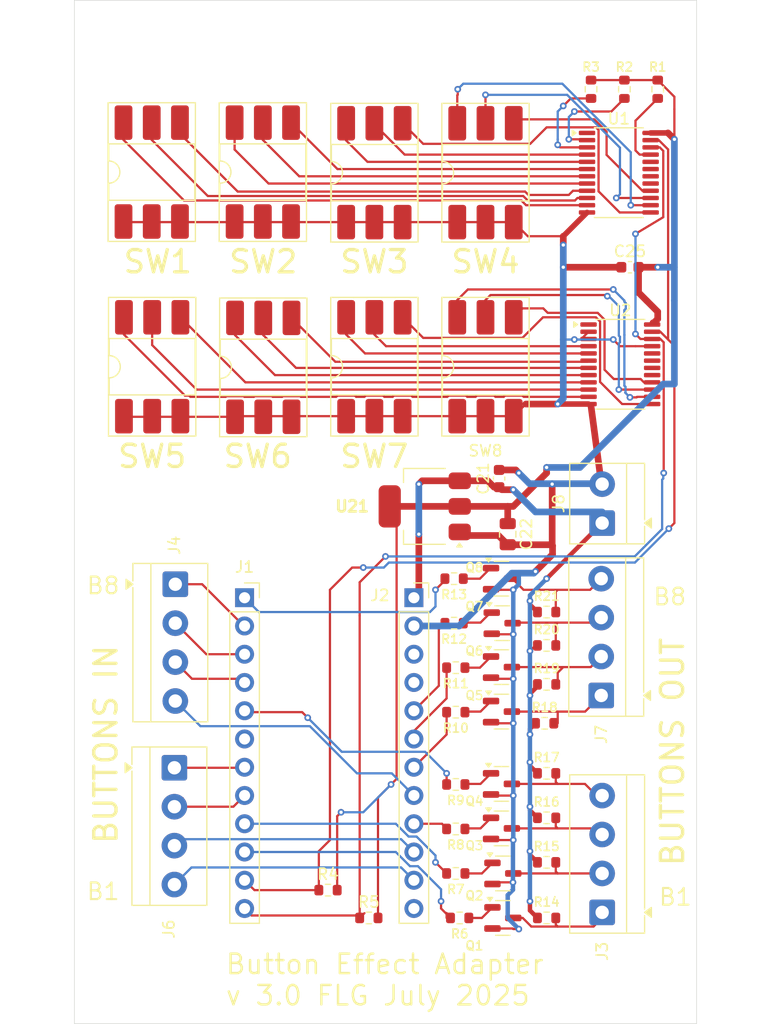
<source format=kicad_pcb>
(kicad_pcb (version 20241229) (generator "pcbnew") (generator_version "9.0")
  (layers (0 "F.Cu" signal) (2 "B.Cu" signal) (13 "F.Paste" user) (15 "B.Paste" user) (5 "F.SilkS" user "F.Silkscreen") (7 "B.SilkS" user "B.Silkscreen") (1 "F.Mask" user) (3 "B.Mask" user) (25 "Edge.Cuts" user))
  (net 0 "")
  (net 1 "/SW1_1")
  (net 2 "+5V")
  (net 3 "/SW2_0")
  (net 4 "/SW3_2")
  (net 5 "/SW1_2")
  (net 8 "/SW4_1")
  (net 9 "/SCL")
  (net 11 "/SW1_0")
  (net 12 "/SDA")
  (net 13 "/SW3_1")
  (net 14 "/SW3_0")
  (net 15 "GND")
  (net 16 "/SW2_1")
  (net 19 "/SW4_0")
  (net 20 "/SW2_2")
  (net 21 "/SW4_2")
  (net 22 "/IN 2")
  (net 23 "/IN 1")
  (net 24 "/IN 3")
  (net 26 "/IN 4")
  (net 27 "/OUT 3")
  (net 28 "/OUT 2")
  (net 29 "/OUT 4")
  (net 30 "/OUT 1")
  (net 31 "/IN 5")
  (net 32 "/IN 7")
  (net 33 "/OUT 8")
  (net 34 "/IN 8")
  (net 35 "/IN 6")
  (net 36 "/OUT 5")
  (net 37 "/OUT 6")
  (net 39 "/OUT 7")
  (net 42 "/SW5_1")
  (net 43 "/SW5_0")
  (net 44 "/SW5_2")
  (net 45 "/SW6_0")
  (net 46 "/SW6_1")
  (net 47 "/SW6_2")
  (net 48 "/SW7_2")
  (net 49 "/SW7_1")
  (net 50 "/SW7_0")
  (net 51 "/SW8_0")
  (net 52 "/SW8_2")
  (net 53 "/SW8_1")
  (net 59 "+12V")
  (net 60 "Net-(U1-A1)")
  (net 61 "Net-(U1-A2)")
  (net 62 "Net-(U1-A0)")
  (net 63 "/SIGNAL 3")
  (net 64 "/SIGNAL 4")
  (net 65 "/SIGNAL 1")
  (net 66 "/SIGNAL 2")
  (net 67 "/SIGNAL 6")
  (net 68 "/SIGNAL 7")
  (net 69 "/SIGNAL 8")
  (net 70 "/SIGNAL 5")
  (net 71 "Net-(Q1-B)")
  (net 72 "Net-(Q2-B)")
  (net 73 "Net-(Q3-B)")
  (net 74 "Net-(Q4-B)")
  (net 75 "Net-(Q5-B)")
  (net 76 "Net-(Q6-B)")
  (net 77 "Net-(Q7-B)")
  (net 78 "Net-(Q8-B)")
  (footprint "MountingHole:MountingHole_2.7mm_M2.5" (layer "F.Cu") (at 107 48)
    (property "Reference" "REF**" (hide yes))
    (property "Value" "MountingHole_2.7mm_M2.5")
  )
  (footprint "Package_TO_SOT_SMD:SOT-23" (layer "F.Cu") (at 93 100.5)
    (property "Reference" "Q7")
    (property "Value" "BC817")
  )
  (footprint "Resistor_SMD:R_0603_1608Metric" (layer "F.Cu") (at 81 127)
    (property "Reference" "R5")
    (property "Value" "4.7k")
  )
  (footprint "Resistor_SMD:R_0603_1608Metric" (layer "F.Cu") (at 97 127)
    (property "Reference" "R14")
    (property "Value" "10K")
  )
  (footprint "Package_TO_SOT_SMD:SOT-23" (layer "F.Cu") (at 92.9375 104.45)
    (property "Reference" "Q6")
    (property "Value" "BC817")
  )
  (footprint "Connector_PinSocket_2.54mm:PinSocket_1x12_P2.54mm_Vertical" (layer "F.Cu") (at 85.056195 98.212151)
    (property "Reference" "J2")
    (property "Value" "Conn_01x12_Socket")
  )
  (footprint "Resistor_SMD:R_0603_1608Metric" (layer "F.Cu") (at 88.825 104.5 180)
    (property "Reference" "R11")
    (property "Value" "4.7k")
  )
  (footprint "Package_TO_SOT_SMD:SOT-23" (layer "F.Cu") (at 92.9375 108.45)
    (property "Reference" "Q5")
    (property "Value" "BC817")
  )
  (footprint "Package_DIP:DIP-6_W8.89mm_SMDSocket_LongPads" (layer "F.Cu") (at 61.5 77.445 90)
    (property "Reference" "SW5")
    (property "Value" "SW_DIP_x03")
  )
  (footprint "Package_DIP:DIP-6_W8.89mm_SMDSocket_LongPads" (layer "F.Cu") (at 61.46 59.945 90)
    (property "Reference" "SW1")
    (property "Value" "SW_DIP_x03")
  )
  (footprint "TerminalBlock_MetzConnect:TerminalBlock_MetzConnect_Type059_RT06304HBWC_1x04_P3.50mm_Horizontal" (layer "F.Cu") (at 102 126.5 90)
    (property "Reference" "J3")
    (property "Value" "Screw_Terminal_01x04")
  )
  (footprint "Capacitor_SMD:C_0603_1608Metric" (layer "F.Cu") (at 104.5 68.5)
    (property "Reference" "C25")
    (property "Value" "100n")
  )
  (footprint "Package_DIP:DIP-6_W8.89mm_SMDSocket_LongPads" (layer "F.Cu") (at 91.5 77.445 90)
    (property "Reference" "SW8")
    (property "Value" "SW_DIP_x03")
  )
  (footprint "MountingHole:MountingHole_2.7mm_M2.5" (layer "F.Cu") (at 58 48)
    (property "Reference" "REF**" (hide yes))
    (property "Value" "MountingHole_2.7mm_M2.5")
  )
  (footprint "Resistor_SMD:R_0603_1608Metric" (layer "F.Cu") (at 88.675 100.5 180)
    (property "Reference" "R12")
    (property "Value" "4.7k")
  )
  (footprint "Capacitor_SMD:C_0603_1608Metric" (layer "F.Cu") (at 92.725 87.5 90)
    (property "Reference" "C21")
    (property "Value" "1u")
  )
  (footprint "Resistor_SMD:R_0603_1608Metric" (layer "F.Cu") (at 77.325 124.5)
    (property "Reference" "R4")
    (property "Value" "4.7k")
  )
  (footprint "MountingHole:MountingHole_2.7mm_M2.5" (layer "F.Cu") (at 58 132)
    (property "Reference" "REF**" (hide yes))
    (property "Value" "MountingHole_2.7mm_M2.5")
  )
  (footprint "TerminalBlock_MetzConnect:TerminalBlock_MetzConnect_Type059_RT06304HBWC_1x04_P3.50mm_Horizontal" (layer "F.Cu") (at 63.5825 97 -90)
    (property "Reference" "J4")
    (property "Value" "Screw_Terminal_01x04")
  )
  (footprint "Resistor_SMD:R_0603_1608Metric" (layer "F.Cu") (at 89.175 127 180)
    (property "Reference" "R6")
    (property "Value" "4.7k")
  )
  (footprint "Package_DIP:DIP-6_W8.89mm_SMDSocket_LongPads" (layer "F.Cu") (at 81.5 60 90)
    (property "Reference" "SW3")
    (property "Value" "SW_DIP_x03")
  )
  (footprint "Package_DIP:DIP-6_W8.89mm_SMDSocket_LongPads" (layer "F.Cu") (at 81.5 77.445 90)
    (property "Reference" "SW7")
    (property "Value" "SW_DIP_x03")
  )
  (footprint "Resistor_SMD:R_0603_1608Metric" (layer "F.Cu") (at 88.675 96.5 180)
    (property "Reference" "R13")
    (property "Value" "4.7k")
  )
  (footprint "Resistor_SMD:R_0603_1608Metric" (layer "F.Cu") (at 97 99.5)
    (property "Reference" "R21")
    (property "Value" "1.5K")
  )
  (footprint "TerminalBlock_MetzConnect:TerminalBlock_MetzConnect_Type059_RT06302HBWC_1x02_P3.50mm_Horizontal" (layer "F.Cu") (at 102 91.5 90)
    (property "Reference" "J8")
    (property "Value" "Screw_Terminal_01x02")
  )
  (footprint "Resistor_SMD:R_0603_1608Metric" (layer "F.Cu") (at 88.825 119 180)
    (property "Reference" "R8")
    (property "Value" "4.7k")
  )
  (footprint "Package_SO:TSSOP-24_4.4x7.8mm_P0.65mm" (layer "F.Cu") (at 103.5 60)
    (property "Reference" "U1")
    (property "Value" "PCA9555PW")
  )
  (footprint "Resistor_SMD:R_0603_1608Metric" (layer "F.Cu") (at 101 52.5 -90)
    (property "Reference" "R3")
    (property "Value" "100K")
  )
  (footprint "Package_DIP:DIP-6_W8.89mm_SMDSocket_LongPads" (layer "F.Cu") (at 91.5 60 90)
    (property "Reference" "SW4")
    (property "Value" "SW_DIP_x03")
  )
  (footprint "Resistor_SMD:R_0603_1608Metric" (layer "F.Cu") (at 88.825 115 180)
    (property "Reference" "R9")
    (property "Value" "4.7k")
  )
  (footprint "Package_TO_SOT_SMD:SOT-23" (layer "F.Cu") (at 92.9375 118.95)
    (property "Reference" "Q3")
    (property "Value" "BC817")
  )
  (footprint "Capacitor_SMD:C_0805_2012Metric" (layer "F.Cu") (at 93.5 92.5 -90)
    (property "Reference" "C22")
    (property "Value" "10u")
  )
  (footprint "Resistor_SMD:R_0603_1608Metric" (layer "F.Cu") (at 97 118)
    (property "Reference" "R16")
    (property "Value" "10K")
  )
  (footprint "Package_TO_SOT_SMD:SOT-23" (layer "F.Cu") (at 92.9375 96.5)
    (property "Reference" "Q8")
    (property "Value" "BC817")
  )
  (footprint "Resistor_SMD:R_0603_1608Metric" (layer "F.Cu") (at 104 52.5 -90)
    (property "Reference" "R2")
    (property "Value" "100K")
  )
  (footprint "Package_DIP:DIP-6_W8.89mm_SMDSocket_LongPads" (layer "F.Cu") (at 71.46 59.945 90)
    (property "Reference" "SW2")
    (property "Value" "SW_DIP_x03")
  )
  (footprint "Resistor_SMD:R_0603_1608Metric" (layer "F.Cu") (at 97 114)
    (property "Reference" "R17")
    (property "Value" "10K")
  )
  (footprint "TerminalBlock_MetzConnect:TerminalBlock_MetzConnect_Type059_RT06304HBWC_1x04_P3.50mm_Horizontal" (layer "F.Cu") (at 101.9175 107 90)
    (property "Reference" "J7")
    (property "Value" "Screw_Terminal_01x04")
  )
  (footprint "Resistor_SMD:R_0603_1608Metric" (layer "F.Cu") (at 88.825 123 180)
    (property "Reference" "R7")
    (property "Value" "4.7k")
  )
  (footprint "MountingHole:MountingHole_2.7mm_M2.5" (layer "F.Cu") (at 107 132)
    (property "Reference" "REF**" (hide yes))
    (property "Value" "MountingHole_2.7mm_M2.5")
  )
  (footprint "TerminalBlock_MetzConnect:TerminalBlock_MetzConnect_Type059_RT06304HBWC_1x04_P3.50mm_Horizontal" (layer "F.Cu") (at 63.5 113.5 -90)
    (property "Reference" "J6")
    (property "Value" "Screw_Terminal_01x04")
  )
  (footprint "Package_SO:TSSOP-24_4.4x7.8mm_P0.65mm" (layer "F.Cu") (at 103.6375 77.225)
    (property "Reference" "U2")
    (property "Value" "PCA9555PW")
  )
  (footprint "Package_TO_SOT_SMD:SOT-23" (layer "F.Cu") (at 93.0625 123)
    (property "Reference" "Q2")
    (property "Value" "BC817")
  )
  (footprint "Resistor_SMD:R_0603_1608Metric" (layer "F.Cu") (at 96.825 109.5)
    (property "Reference" "R18")
    (property "Value" "10K")
  )
  (footprint "Package_TO_SOT_SMD:SOT-223-3_TabPin2" (layer "F.Cu") (at 86.03 90 180)
    (property "Reference" "U21")
    (property "Value" "TLV1117-50IDCYR")
  )
  (footprint "Resistor_SMD:R_0603_1608Metric" (layer "F.Cu") (at 107 52.5 -90)
    (property "Reference" "R1")
    (property "Value" "100K")
  )
  (footprint "Resistor_SMD:R_0603_1608Metric" (layer "F.Cu") (at 97 122)
    (property "Reference" "R15")
    (property "Value" "10K")
  )
  (footprint "Connector_PinSocket_2.54mm:PinSocket_1x12_P2.54mm_Vertical" (layer "F.Cu") (at 69.816195 98.212151)
    (property "Reference" "J1")
    (property "Value" "Conn_01x12_Socket")
  )
  (footprint "Resistor_SMD:R_0603_1608Metric" (layer "F.Cu") (at 88.825 108.5 180)
    (property "Reference" "R10")
    (property "Value" "4.7k")
  )
  (footprint "Package_DIP:DIP-6_W8.89mm_SMDSocket_LongPads" (layer "F.Cu") (at 71.5 77.5 90)
    (property "Reference" "SW6")
    (property "Value" "SW_DIP_x03")
  )
  (footprint "Resistor_SMD:R_0603_1608Metric" (layer "F.Cu") (at 97 106)
    (property "Reference" "R19")
    (property "Value" "10K")
  )
  (footprint "Resistor_SMD:R_0603_1608Metric" (layer "F.Cu") (at 97 102.5)
    (property "Reference" "R20")
    (property "Value" "10K")
  )
  (footprint "Package_TO_SOT_SMD:SOT-23" (layer "F.Cu") (at 92.9375 114.95)
    (property "Reference" "Q4")
    (property "Value" "BC817")
  )
  (footprint "Package_TO_SOT_SMD:SOT-23" (layer "F.Cu") (at 93.0625 127)
    (property "Reference" "Q1")
    (property "Value" "BC817")
  )
  (gr_line (start 107.5 64) (end 107.5 58.5) (stroke (width 0.2)) (layer "F.Cu") (net 9))
  (gr_line (start 89.5 73.5) (end 89 73) (stroke (width 0.2)) (layer "F.Cu") (net 51))
  (gr_line (start 103.5 79.5) (end 106.5 79.5) (stroke (width 0.2)) (layer "F.Cu") (net 53))
  (gr_line (start 105 65.5) (end 107.5 64) (stroke (width 0.2)) (layer "F.Cu") (net 9))
  (gr_line (start 97.5 93.5) (end 97.5 88) (stroke (width 0.6)) (layer "F.Cu") (net 15))
  (gr_line (start 102 88.5) (end 101 81) (stroke (width 0.6)) (layer "F.Cu") (net 15))
  (gr_line (start 110.5 44.5) (end 110.5 136.5) (stroke (width 0.05)) (layer "Edge.Cuts"))
  (gr_line (start 110.5 136.5) (end 54.5 136.5) (stroke (width 0.05)) (layer "Edge.Cuts"))
  (gr_line (start 54.5 136.5) (end 54.5 44.5) (stroke (width 0.05)) (layer "Edge.Cuts"))
  (gr_line (start 54.5 44.5) (end 110.5 44.5) (stroke (width 0.05)) (layer "Edge.Cuts"))
  (gr_text "B1" (at 55.5 125.5 0) (layer "F.SilkS") (effects (font (size 1.5 1.5) (thickness 0.1875)) (justify left bottom)))
  (gr_text "B8" (at 106.5 99 0) (layer "F.SilkS") (effects (font (size 1.5 1.5) (thickness 0.1875)) (justify left bottom)))
  (gr_text "B1" (at 107 126 0) (layer "F.SilkS") (effects (font (size 1.5 1.5) (thickness 0.1875)) (justify left bottom)))
  (gr_text "Button Effect Adapter\nv 3.0 FLG July 2025" (at 68 135 0) (layer "F.SilkS") (effects (font (size 1.75 1.75) (thickness 0.21875)) (justify left bottom)))
  (gr_text "B8" (at 55.5 98 0) (layer "F.SilkS") (effects (font (size 1.5 1.5) (thickness 0.1875)) (justify left bottom)))
  (gr_text "BUTTONS IN" (at 58.5 120.5 90) (layer "F.SilkS") (effects (font (size 2 2) (thickness 0.3)) (justify left bottom)))
  (gr_text "BUTTONS OUT" (at 109.5 122.5 90) (layer "F.SilkS") (effects (font (size 2 2) (thickness 0.3)) (justify left bottom)))
  (segment (start 99.55 62.5) (end 95.29826 62.5) (width 0.2) (layer "F.Cu") (net 1))
  (segment (start 95.29826 62.5) (end 94.89726 62.099) (width 0.2) (layer "F.Cu") (net 1))
  (segment (start 100.6375 62.275) (end 99.775 62.275) (width 0.2) (layer "F.Cu") (net 1))
  (segment (start 99.775 62.275) (end 99.55 62.5) (width 0.2) (layer "F.Cu") (net 1))
  (segment (start 94.89726 62.099) (end 66.509 62.099) (width 0.2) (layer "F.Cu") (net 1))
  (segment (start 61.46 57.05) (end 61.46 55.5) (width 0.2) (layer "F.Cu") (net 1))
  (segment (start 66.509 62.099) (end 61.46 57.05) (width 0.2) (layer "F.Cu") (net 1))
  (segment (start 78.15 117.85) (end 78.5 117.5) (width 0.2) (layer "F.Cu") (net 2))
  (segment (start 94 90) (end 97 87) (width 0.6) (layer "F.Cu") (net 2))
  (segment (start 107.925 56.425) (end 106.3625 56.425) (width 0.5) (layer "F.Cu") (net 2))
  (segment (start 105.70513 56.425) (end 106.3625 56.425) (width 0.2) (layer "F.Cu") (net 2))
  (segment (start 81.825 127) (end 81.825 116.175) (width 0.2) (layer "F.Cu") (net 2))
  (segment (start 108.5 57) (end 108.5 54.2875) (width 0.2) (layer "F.Cu") (net 2))
  (segment (start 106.65 73.5) (end 106.575 73.5) (width 0.6) (layer "F.Cu") (net 2))
  (segment (start 106 71.5) (end 107 72.5) (width 0.6) (layer "F.Cu") (net 2))
  (segment (start 108.5 57) (end 107.925 56.425) (width 0.6) (layer "F.Cu") (net 2))
  (segment (start 93.5 91.55) (end 93.5 91.05) (width 0.2) (layer "F.Cu") (net 2))
  (segment (start 81.825 116.175) (end 83 115) (width 0.2) (layer "F.Cu") (net 2))
  (segment (start 83 115) (end 83.5 114.5) (width 0.2) (layer "F.Cu") (net 2))
  (segment (start 83.5 114.5) (end 83.5 90.62) (width 0.2) (layer "F.Cu") (net 2))
  (segment (start 107 72.5) (end 107 73.15) (width 0.6) (layer "F.Cu") (net 2))
  (segment (start 107 73.15) (end 106.65 73.5) (width 0.6) (layer "F.Cu") (net 2))
  (segment (start 105.275 68.5) (end 105.275 70.775) (width 0.6) (layer "F.Cu") (net 2))
  (segment (start 105.275 70.775) (end 106 71.5) (width 0.6) (layer "F.Cu") (net 2))
  (segment (start 93.5 91.05) (end 93.5 90) (width 0.6) (layer "F.Cu") (net 2))
  (segment (start 82.88 90) (end 89.18 90) (width 0.6) (layer "F.Cu") (net 2))
  (segment (start 97 87) (end 97 86.5) (width 0.6) (layer "F.Cu") (net 2))
  (segment (start 108.5 53.175) (end 107 51.675) (width 0.2) (layer "F.Cu") (net 2))
  (segment (start 89.18 90) (end 93.5 90) (width 0.6) (layer "F.Cu") (net 2))
  (segment (start 108.5 54.2875) (end 108.5 53.175) (width 0.2) (layer "F.Cu") (net 2))
  (segment (start 107 51.675) (end 101 51.675) (width 0.2) (layer "F.Cu") (net 2))
  (segment (start 93.5 90) (end 94 90) (width 0.6) (layer "F.Cu") (net 2))
  (segment (start 83.5 90.62) (end 82.88 90) (width 0.2) (layer "F.Cu") (net 2))
  (segment (start 107 68.5) (end 105.275 68.5) (width 0.6) (layer "F.Cu") (net 2))
  (segment (start 78.15 124.5) (end 78.15 117.85) (width 0.2) (layer "F.Cu") (net 2))
  (via (at 108.5 57) (size 0.6) (drill 0.3) (layers "F.Cu" "B.Cu") (net 2))
  (via (at 107 68.5) (size 0.6) (drill 0.3) (layers "F.Cu" "B.Cu") (net 2))
  (via (at 97 86.5) (size 0.6) (drill 0.3) (layers "F.Cu" "B.Cu") (net 2))
  (via (at 83 115) (size 0.6) (drill 0.3) (layers "F.Cu" "B.Cu") (net 2))
  (via (at 78.5 117.5) (size 0.6) (drill 0.3) (layers "F.Cu" "B.Cu") (net 2))
  (segment (start 108.5 68.5) (end 107 68.5) (width 0.6) (layer "B.Cu") (net 2))
  (segment (start 107.5 79) (end 108.5 79) (width 0.6) (layer "B.Cu") (net 2))
  (segment (start 108.5 68.5) (end 108.5 57) (width 0.6) (layer "B.Cu") (net 2))
  (segment (start 78.5 117.5) (end 80.5 117.5) (width 0.2) (layer "B.Cu") (net 2))
  (segment (start 108.5 71.5) (end 108.5 68.5) (width 0.6) (layer "B.Cu") (net 2))
  (segment (start 80.5 117.5) (end 83 115) (width 0.2) (layer "B.Cu") (net 2))
  (segment (start 97 86.5) (end 100 86.5) (width 0.6) (layer "B.Cu") (net 2))
  (segment (start 100 86.5) (end 107.5 79) (width 0.6) (layer "B.Cu") (net 2))
  (segment (start 108.5 79) (end 108.5 71.5) (width 0.6) (layer "B.Cu") (net 2))
  (segment (start 68.92 57.92) (end 68.92 55.5) (width 0.2) (layer "F.Cu") (net 3))
  (segment (start 100.6375 60.975) (end 71.975 60.975) (width 0.2) (layer "F.Cu") (net 3))
  (segment (start 71.975 60.975) (end 68.92 57.92) (width 0.2) (layer "F.Cu") (net 3))
  (segment (start 101.676 61.676) (end 101.676 56.15613) (width 0.2) (layer "F.Cu") (net 4))
  (segment (start 97.00387 55.924) (end 95.52187 57.406) (width 0.2) (layer "F.Cu") (net 4))
  (segment (start 101.676 56.15613) (end 101.44387 55.924) (width 0.2) (layer "F.Cu") (net 4))
  (segment (start 95.52187 57.406) (end 85.891 57.406) (width 0.2) (layer "F.Cu") (net 4))
  (segment (start 85.891 57.406) (end 84.04 55.555) (width 0.2) (layer "F.Cu") (net 4))
  (segment (start 106.3625 63.575) (end 103.575 63.575) (width 0.2) (layer "F.Cu") (net 4))
  (segment (start 103.575 63.575) (end 101.676 61.676) (width 0.2) (layer "F.Cu") (net 4))
  (segment (start 101.44387 55.924) (end 97.00387 55.924) (width 0.2) (layer "F.Cu") (net 4))
  (segment (start 64 56.5) (end 64 55.5) (width 0.2) (layer "F.Cu") (net 5))
  (segment (start 99.375 61.625) (end 99 62) (width 0.2) (layer "F.Cu") (net 5))
  (segment (start 95.36536 62) (end 95.06336 61.698) (width 0.2) (layer "F.Cu") (net 5))
  (segment (start 100.6375 61.625) (end 99.375 61.625) (width 0.2) (layer "F.Cu") (net 5))
  (segment (start 69.198 61.698) (end 64 56.5) (width 0.2) (layer "F.Cu") (net 5))
  (segment (start 99 62) (end 95.36536 62) (width 0.2) (layer "F.Cu") (net 5))
  (segment (start 95.06336 61.698) (end 69.198 61.698) (width 0.2) (layer "F.Cu") (net 5))
  (segment (start 106.3625 62.275) (end 103.275 62.275) (width 0.2) (layer "F.Cu") (net 8))
  (segment (start 91.5 53) (end 91.5 55.555) (width 0.2) (layer "F.Cu") (net 8))
  (via (at 91.5 53) (size 0.6) (drill 0.3) (layers "F.Cu" "B.Cu") (net 8))
  (via (at 103.275 62.275) (size 0.6) (drill 0.3) (layers "F.Cu" "B.Cu") (net 8))
  (segment (start 103.601 61.949) (end 103.601 57.751057) (width 0.2) (layer "B.Cu") (net 8))
  (segment (start 103.601 57.751057) (end 98.849943 53) (width 0.2) (layer "B.Cu") (net 8))
  (segment (start 98.849943 53) (end 91.5 53) (width 0.2) (layer "B.Cu") (net 8))
  (segment (start 103.275 62.275) (end 103.601 61.949) (width 0.2) (layer "B.Cu") (net 8))
  (segment (start 106.5 74.95) (end 105.84263 74.95) (width 0.2) (layer "F.Cu") (net 9))
  (segment (start 79.955 126.78) (end 80.175 127) (width 0.2) (layer "F.Cu") (net 9))
  (segment (start 80.175 127) (end 80.175 99.825) (width 0.2) (layer "F.Cu") (net 9))
  (segment (start 107.237499 74.95) (end 107.5385 75.251001) (width 0.2) (layer "F.Cu") (net 9))
  (segment (start 105.45 74.95) (end 105 74.5) (width 0.2) (layer "F.Cu") (net 9))
  (segment (start 107.5 58.5) (end 107.5 58.042101) (width 0.2) (layer "F.Cu") (net 9))
  (segment (start 106.5 74.95) (end 107.237499 74.95) (width 0.2) (layer "F.Cu") (net 9))
  (segment (start 107.182899 57.725) (end 106.3625 57.725) (width 0.2) (layer "F.Cu") (net 9))
  (segment (start 80.175 96.825) (end 82.5 94.5) (width 0.2) (layer "F.Cu") (net 9))
  (segment (start 107.5385 75.251001) (end 107.5385 87) (width 0.2) (layer "F.Cu") (net 9))
  (segment (start 80.175 127) (end 80.601 126.574) (width 0.2) (layer "F.Cu") (net 9))
  (segment (start 80.175 99.825) (end 80.175 96.825) (width 0.2) (layer "F.Cu") (net 9))
  (segment (start 70.444044 126.78) (end 79.955 126.78) (width 0.2) (layer "F.Cu") (net 9))
  (segment (start 107.5 58.042101) (end 107.182899 57.725) (width 0.2) (layer "F.Cu") (net 9))
  (segment (start 69.816195 126.152151) (end 70.444044 126.78) (width 0.2) (layer "F.Cu") (net 9))
  (segment (start 106.5 74.95) (end 105.45 74.95) (width 0.2) (layer "F.Cu") (net 9))
  (via (at 82.5 94.5) (size 0.6) (drill 0.3) (layers "F.Cu" "B.Cu") (net 9))
  (via (at 107.5385 87) (size 0.6) (drill 0.3) (layers "F.Cu" "B.Cu") (net 9))
  (via (at 105 74.5) (size 0.6) (drill 0.3) (layers "F.Cu" "B.Cu") (net 9))
  (via (at 105 65.5) (size 0.6) (drill 0.3) (layers "F.Cu" "B.Cu") (net 9))
  (segment (start 82.5 94.5) (end 104.9329 94.5) (width 0.2) (layer "B.Cu") (net 9))
  (segment (start 107.5 87.5) (end 107.5 87.0385) (width 0.2) (layer "B.Cu") (net 9))
  (segment (start 104.9329 94.5) (end 107.399 92.0339) (width 0.2) (layer "B.Cu") (net 9))
  (segment (start 105 74.5) (end 105 65.5) (width 0.2) (layer "B.Cu") (net 9))
  (segment (start 107.5 87.0385) (end 107.5385 87) (width 0.2) (layer "B.Cu") (net 9))
  (segment (start 107.399 87.601) (end 107.5 87.5) (width 0.2) (layer "B.Cu") (net 9))
  (segment (start 107.399 92.0339) (end 107.399 87.601) (width 0.2) (layer "B.Cu") (net 9))
  (segment (start 58.92 57.05) (end 58.92 55.5) (width 0.2) (layer "F.Cu") (net 11))
  (segment (start 100.6375 62.925) (end 95.15616 62.925) (width 0.2) (layer "F.Cu") (net 11))
  (segment (start 64.37 62.5) (end 58.92 57.05) (width 0.2) (layer "F.Cu") (net 11))
  (segment (start 94.73116 62.5) (end 64.37 62.5) (width 0.2) (layer "F.Cu") (net 11))
  (segment (start 95.15616 62.925) (end 94.73116 62.5) (width 0.2) (layer "F.Cu") (net 11))
  (segment (start 76.5 121) (end 76.5 124.5) (width 0.2) (layer "F.Cu") (net 12))
  (segment (start 80.5 95.5) (end 79.5 95.5) (width 0.2) (layer "F.Cu") (net 12))
  (segment (start 77.5 97.5) (end 77.5 120) (width 0.2) (layer "F.Cu") (net 12))
  (segment (start 76.5 124.5) (end 70.704044 124.5) (width 0.2) (layer "F.Cu") (net 12))
  (segment (start 70.704044 124.5) (end 69.816195 123.612151) (width 0.2) (layer "F.Cu") (net 12))
  (segment (start 108.5 75.562501) (end 108.5 91.5) (width 0.2) (layer "F.Cu") (net 12))
  (segment (start 106.5 74.3) (end 107.237499 74.3) (width 0.2) (layer "F.Cu") (net 12))
  (segment (start 77.5 120) (end 76.5 121) (width 0.2) (layer "F.Cu") (net 12))
  (segment (start 108.5 91.5) (end 108 92) (width 0.2) (layer "F.Cu") (net 12))
  (segment (start 107.937499 57.9125) (end 107.099999 57.075) (width 0.2) (layer "F.Cu") (net 12))
  (segment (start 79.5 95.5) (end 77.5 97.5) (width 0.2) (layer "F.Cu") (net 12))
  (segment (start 107.099999 57.075) (end 106.3625 57.075) (width 0.2) (layer "F.Cu") (net 12))
  (segment (start 107.237499 74.3) (end 107.937499 75) (width 0.2) (layer "F.Cu") (net 12))
  (segment (start 76.24 124.24) (end 76.5 124.5) (width 0.2) (layer "F.Cu") (net 12))
  (segment (start 107.937499 75) (end 108.5 75.562501) (width 0.2) (layer "F.Cu") (net 12))
  (segment (start 107.937499 75) (end 107.937499 57.9125) (width 0.2) (layer "F.Cu") (net 12))
  (via (at 80.5 95.5) (size 0.6) (drill 0.3) (layers "F.Cu" "B.Cu") (net 12))
  (via (at 108 92) (size 0.6) (drill 0.3) (layers "F.Cu" "B.Cu") (net 12))
  (segment (start 82.800943 95.049) (end 104.951 95.049) (width 0.2) (layer "B.Cu") (net 12))
  (segment (start 104.951 95.049) (end 108 92) (width 0.2) (layer "B.Cu") (net 12))
  (segment (start 82.349943 95.5) (end 82.800943 95.049) (width 0.2) (layer "B.Cu") (net 12))
  (segment (start 80.5 95.5) (end 82.349943 95.5) (width 0.2) (layer "B.Cu") (net 12))
  (segment (start 100.6375 58.375) (end 84.22384 58.375) (width 0.2) (layer "F.Cu") (net 13))
  (segment (start 84.22384 58.375) (end 81.5 55.65116) (width 0.2) (layer "F.Cu") (net 13))
  (segment (start 81.5 55.65116) (end 81.5 55.555) (width 0.2) (layer "F.Cu") (net 13))
  (segment (start 78.96 57.105) (end 78.96 55.555) (width 0.2) (layer "F.Cu") (net 14))
  (segment (start 100.6375 59.025) (end 80.88 59.025) (width 0.2) (layer "F.Cu") (net 14))
  (segment (start 80.88 59.025) (end 78.96 57.105) (width 0.2) (layer "F.Cu") (net 14))
  (segment (start 69.015 81.89) (end 68.96 81.945) (width 0.2) (layer "F.Cu") (net 15))
  (segment (start 94 105.5) (end 92.1 105.5) (width 0.2) (layer "F.Cu") (net 15))
  (segment (start 103.6 75.6) (end 103 75) (width 0.2) (layer "F.Cu") (net 15))
  (segment (start 93.971949 123.8) (end 92.275 123.8) (width 0.2) (layer "F.Cu") (net 15))
  (segment (start 94 97.5) (end 92.1 97.5) (width 0.2) (layer "F.Cu") (net 15))
  (segment (start 94.55 127.95) (end 94.5 128) (width 0.2) (layer "F.Cu") (net 15))
  (segment (start 92.1 105.5) (end 92 105.4) (width 0.2) (layer "F.Cu") (net 15))
  (segment (start 97.535586 93.535586) (end 97.45 93.45) (width 0.6) (layer "F.Cu") (net 15))
  (segment (start 94 128) (end 93.95 127.95) (width 0.2) (layer "F.Cu") (net 15))
  (segment (start 59.015 81.945) (end 58.96 81.89) (width 0.2) (layer "F.Cu") (net 15))
  (segment (start 105 75.6) (end 103.6 75.6) (width 0.2) (layer "F.Cu") (net 15))
  (segment (start 94.225 86.725) (end 94.5 87) (width 0.6) (layer "F.Cu") (net 15))
  (segment (start 96 95.85) (end 97.535586 94.314414) (width 0.6) (layer "F.Cu") (net 15))
  (segment (start 58.975 64.445) (end 58.92 64.39) (width 0.2) (layer "F.Cu") (net 15))
  (segment (start 92.1 101.5) (end 92 101.4) (width 0.2) (layer "F.Cu") (net 15))
  (segment (start 94.5 128) (end 94 128) (width 0.2) (layer "F.Cu") (net 15))
  (segment (start 98 80.8) (end 95.13 80.8) (width 0.6) (layer "F.Cu") (net 15))
  (segment (start 93.5 93.45) (end 92.67 92.62) (width 0.6) (layer "F.Cu") (net 15))
  (segment (start 98.5 68.5) (end 103.725 68.5) (width 0.6) (layer "F.Cu") (net 15))
  (segment (start 94 120) (end 92.1 120) (width 0.2) (layer "F.Cu") (net 15))
  (segment (start 95.3075 65.7125) (end 94.04 64.445) (width 0.2) (layer "F.Cu") (net 15))
  (segment (start 94 109.5) (end 92.1 109.5) (width 0.2) (layer "F.Cu") (net 15))
  (segment (start 92.67 92.62) (end 89.5 92.62) (width 0.6) (layer "F.Cu") (net 15))
  (segment (start 98.5 65.7125) (end 100.6375 63.575) (width 0.5) (layer "F.Cu") (net 15))
  (segment (start 97.535586 94.314414) (end 97.535586 93.535586) (width 0.6) (layer "F.Cu") (net 15))
  (segment (start 94.04 81.89) (end 69.015 81.89) (width 0.2) (layer "F.Cu") (net 15))
  (segment (start 94 116) (end 92.1 116) (width 0.2) (layer "F.Cu") (net 15))
  (segment (start 98.5 66.5) (end 98.5 65.7125) (width 0.6) (layer "F.Cu") (net 15))
  (segment (start 99.5 75) (end 100.075 75) (width 0.2) (layer "F.Cu") (net 15))
  (segment (start 92.1 120) (end 92 119.9) (width 0.2) (layer "F.Cu") (net 15))
  (segment (start 92.1 116) (end 92 115.9) (width 0.2) (layer "F.Cu") (net 15))
  (segment (start 92.725 86.725) (end 94.225 86.725) (width 0.6) (layer "F.Cu") (net 15))
  (segment (start 89.5 92.62) (end 89.18 92.3) (width 0.6) (layer "F.Cu") (net 15))
  (segment (start 106.5 75.6) (end 105 75.6) (width 0.2) (layer "F.Cu") (net 15))
  (segment (start 94.04 64.445) (end 58.975 64.445) (width 0.2) (layer "F.Cu") (net 15))
  (segment (start 92.1 109.5) (end 92 109.4) (width 0.2) (layer "F.Cu") (net 15))
  (segment (start 92.1 97.5) (end 92 97.4) (width 0.2) (layer "F.Cu") (net 15))
  (segment (start 100.775 80.8) (end 98 80.8) (width 0.5) (layer "F.Cu") (net 15))
  (segment (start 100.075 75) (end 100.775 74.3) (width 0.2) (layer "F.Cu") (net 15))
  (segment (start 93.95 127.95) (end 92.125 127.95) (width 0.2) (layer "F.Cu") (net 15))
  (segment (start 97.45 93.45) (end 93.5 93.45) (width 0.6) (layer "F.Cu") (net 15))
  (segment (start 94 101.5) (end 92.1 101.5) (width 0.2) (layer "F.Cu") (net 15))
  (segment (start 95.13 80.8) (end 94.04 81.89) (width 0.2) (layer "F.Cu") (net 15))
  (segment (start 68.96 81.945) (end 59.015 81.945) (width 0.2) (layer "F.Cu") (net 15))
  (segment (start 98.5 65.7125) (end 95.3075 65.7125) (width 0.2) (layer "F.Cu") (net 15))
  (via (at 94.5 87) (size 0.6) (drill 0.3) (layers "F.Cu" "B.Cu") (net 15))
  (via (at 99.5 75) (size 0.6) (drill 0.3) (layers "F.Cu" "B.Cu") (net 15))
  (via (at 98 80.8) (size 0.6) (drill 0.3) (layers "F.Cu" "B.Cu") (net 15))
  (via (at 94.5 128) (size 0.6) (drill 0.3) (layers "F.Cu" "B.Cu") (net 15))
  (via (at 94 120) (size 0.6) (drill 0.3) (layers "F.Cu" "B.Cu") (net 15))
  (via (at 94 109.5) (size 0.6) (drill 0.3) (layers "F.Cu" "B.Cu") (net 15))
  (via (at 94 97.5) (size 0.6) (drill 0.3) (layers "F.Cu" "B.Cu") (net 15))
  (via (at 97.5 88) (size 0.6) (drill 0.3) (layers "F.Cu" "B.Cu") (net 15))
  (via (at 93.971949 123.8) (size 0.6) (drill 0.3) (layers "F.Cu" "B.Cu") (net 15))
  (via (at 103 75) (size 0.6) (drill 0.3) (layers "F.Cu" "B.Cu") (net 15))
  (via (at 96 95.85) (size 0.6) (drill 0.3) (layers "F.Cu" "B.Cu") (net 15))
  (via (at 94 105.5) (size 0.6) (drill 0.3) (layers "F.Cu" "B.Cu") (net 15))
  (via (at 94 116) (size 0.6) (drill 0.3) (layers "F.Cu" "B.Cu") (net 15))
  (via (at 98.5 66.5) (size 0.6) (drill 0.3) (layers "F.Cu" "B.Cu") (net 15))
  (via (at 98.5 68.5) (size 0.6) (drill 0.3) (layers "F.Cu" "B.Cu") (net 15))
  (via (at 94 101.5) (size 0.6) (drill 0.3) (layers "F.Cu" "B.Cu") (net 15))
  (segment (start 103 75) (end 99.5 75) (width 0.2) (layer "B.Cu") (net 15))
  (segment (start 93.5 124.943898) (end 93.5 127) (width 0.4) (layer "B.Cu") (net 15))
  (segment (start 97.5 88) (end 97.46 87.96) (width 0.6) (layer "B.Cu") (net 15))
  (segment (start 93.88 96) (end 89.127849 100.752151) (width 0.6) (layer "B.Cu") (net 15))
  (segment (start 94.5 96) (end 94.5 97) (width 0.4) (layer "B.Cu") (net 15))
  (segment (start 97.46 87.96) (end 95.46 87.96) (width 0.6) (layer "B.Cu") (net 15))
  (segment (start 95.85 96) (end 94.5 96) (width 0.6) (layer "B.Cu") (net 15))
  (segment (start 96 95.85) (end 95.85 96) (width 0.6) (layer "B.Cu") (net 15))
  (segment (start 93.971949 123.8) (end 93.971949 124.471949) (width 0.4) (layer "B.Cu") (net 15))
  (segment (start 94 105.5) (end 94 101.5) (width 0.4) (layer "B.Cu") (net 15))
  (segment (start 94 116) (end 94 109.5) (width 0.4) (layer "B.Cu") (net 15))
  (segment (start 93.971949 124.471949) (end 93.5 124.943898) (width 0.4) (layer "B.Cu") (net 15))
  (segment (start 93.971949 123.8) (end 93.971949 120.028051) (width 0.4) (layer "B.Cu") (net 15))
  (segment (start 95.46 87.96) (end 94.5 87) (width 0.6) (layer "B.Cu") (net 15))
  (segment (start 98 80.8) (end 98.5 80.3) (width 0.6) (layer "B.Cu") (net 15))
  (segment (start 93.5 127) (end 94.5 128) (width 0.4) (layer "B.Cu") (net 15))
  (segment (start 93.971949 120.028051) (end 94 120) (width 0.4) (layer "B.Cu") (net 15))
  (segment (start 85.056195 100.752151) (end 89.127849 100.752151) (width 0.6) (layer "B.Cu") (net 15))
  (segment (start 98.5 80.3) (end 98.5 75) (width 0.6) (layer "B.Cu") (net 15))
  (segment (start 94 120) (end 94 116) (width 0.4) (layer "B.Cu") (net 15))
  (segment (start 93.88 96) (end 94.5 96) (width 0.6) (layer "B.Cu") (net 15))
  (segment (start 99.5 75) (end 98.5 75) (width 0.2) (layer "B.Cu") (net 15))
  (segment (start 98.5 75) (end 98.5 68.5) (width 0.6) (layer "B.Cu") (net 15))
  (segment (start 97.5 88) (end 97.54 87.96) (width 0.6) (layer "B.Cu") (net 15))
  (segment (start 94.5 97) (end 94 97.5) (width 0.4) (layer "B.Cu") (net 15))
  (segment (start 98.5 68.5) (end 98.5 66.5) (width 0.6) (layer "B.Cu") (net 15))
  (segment (start 94 109.5) (end 94 105.5) (width 0.4) (layer "B.Cu") (net 15))
  (segment (start 94 101.5) (end 94 97.5) (width 0.4) (layer "B.Cu") (net 15))
  (segment (start 97.54 87.96) (end 102 87.96) (width 0.6) (layer "B.Cu") (net 15))
  (segment (start 74.735 60.325) (end 71.46 57.05) (width 0.2) (layer "F.Cu") (net 16))
  (segment (start 100.6375 60.325) (end 74.735 60.325) (width 0.2) (layer "F.Cu") (net 16))
  (segment (start 71.46 57.05) (end 71.46 55.5) (width 0.2) (layer "F.Cu") (net 16))
  (segment (start 88.96 53.04) (end 88.96 55.555) (width 0.2) (layer "F.Cu") (net 19))
  (segment (start 89 52.5) (end 89 53) (width 0.2) (layer "F.Cu") (net 19))
  (segment (start 106.3625 62.925) (end 104.575 62.925) (width 0.2) (layer "F.Cu") (net 19))
  (segment (start 89 53) (end 88.96 53.04) (width 0.2) (layer "F.Cu") (net 19))
  (via (at 89 52.5) (size 0.6) (drill 0.3) (layers "F.Cu" "B.Cu") (net 19))
  (via (at 104.575 62.925) (size 0.6) (drill 0.3) (layers "F.Cu" "B.Cu") (net 19))
  (segment (start 89.5 52) (end 89 52.5) (width 0.2) (layer "B.Cu") (net 19))
  (segment (start 104.575 62.925) (end 104.575 58.157957) (width 0.2) (layer "B.Cu") (net 19))
  (segment (start 98.417043 52) (end 89.5 52) (width 0.2) (layer "B.Cu") (net 19))
  (segment (start 104.575 58.157957) (end 98.417043 52) (width 0.2) (layer "B.Cu") (net 19))
  (segment (start 78.175 59.675) (end 74 55.5) (width 0.2) (layer "F.Cu") (net 20))
  (segment (start 100.6375 59.675) (end 78.175 59.675) (width 0.2) (layer "F.Cu") (net 20))
  (segment (start 101.293485 55.206515) (end 94.388485 55.206515) (width 0.2) (layer "F.Cu") (net 21))
  (segment (start 94.388485 55.206515) (end 94.04 55.555) (width 0.2) (layer "F.Cu") (net 21))
  (segment (start 106.3625 61.625) (end 105.625001 61.625) (width 0.2) (layer "F.Cu") (net 21))
  (segment (start 105.625001 61.625) (end 102.399 58.398999) (width 0.2) (layer "F.Cu") (net 21))
  (segment (start 102.399 56.31203) (end 101.293485 55.206515) (width 0.2) (layer "F.Cu") (net 21))
  (segment (start 102.399 58.398999) (end 102.399 56.31203) (width 0.2) (layer "F.Cu") (net 21))
  (segment (start 66.374651 103.292151) (end 69.816195 103.292151) (width 0.2) (layer "F.Cu") (net 22))
  (segment (start 63.5825 100.5) (end 66.374651 103.292151) (width 0.2) (layer "F.Cu") (net 22))
  (segment (start 63.5825 97) (end 66 97) (width 0.2) (layer "F.Cu") (net 23))
  (segment (start 69.752151 100.752151) (end 69.816195 100.752151) (width 0.2) (layer "F.Cu") (net 23))
  (segment (start 66 97) (end 69.752151 100.752151) (width 0.2) (layer "F.Cu") (net 23))
  (segment (start 63.5825 104) (end 65.0825 105.5) (width 0.2) (layer "F.Cu") (net 24))
  (segment (start 69.484044 105.5) (end 69.816195 105.832151) (width 0.2) (layer "F.Cu") (net 24))
  (segment (start 65.0825 105.5) (end 69.484044 105.5) (width 0.2) (layer "F.Cu") (net 24))
  (segment (start 83.064044 114) (end 79.9329 114) (width 0.2) (layer "B.Cu") (net 26))
  (segment (start 75.694051 109.761151) (end 65.843651 109.761151) (width 0.2) (layer "B.Cu") (net 26))
  (segment (start 85.056195 115.992151) (end 83.064044 114) (width 0.2) (layer "B.Cu") (net 26))
  (segment (start 65.843651 109.761151) (end 63.5825 107.5) (width 0.2) (layer "B.Cu") (net 26))
  (segment (start 79.9329 114) (end 75.694051 109.761151) (width 0.2) (layer "B.Cu") (net 26))
  (segment (start 87.582151 118.532151) (end 85.056195 118.532151) (width 0.2) (layer "F.Cu") (net 27))
  (segment (start 88 118.95) (end 87.582151 118.532151) (width 0.2) (layer "F.Cu") (net 27))
  (segment (start 87 122) (end 88 123) (width 0.2) (layer "F.Cu") (net 28))
  (via (at 87 122) (size 0.6) (drill 0.3) (layers "F.Cu" "B.Cu") (net 28))
  (segment (start 84.579435 119.683151) (end 85.294955 119.683151) (width 0.2) (layer "B.Cu") (net 28))
  (segment (start 85.294955 119.683151) (end 87 121.388196) (width 0.2) (layer "B.Cu") (net 28))
  (segment (start 83.428435 118.532151) (end 84.579435 119.683151) (width 0.2) (layer "B.Cu") (net 28))
  (segment (start 87 121.388196) (end 87 122) (width 0.2) (layer "B.Cu") (net 28))
  (segment (start 69.816195 118.532151) (end 83.428435 118.532151) (width 0.2) (layer "B.Cu") (net 28))
  (segment (start 88 114) (end 88 114.95) (width 0.2) (layer "F.Cu") (net 29))
  (segment (start 69.816195 108.372151) (end 69.944044 108.5) (width 0.2) (layer "F.Cu") (net 29))
  (segment (start 75 108.5) (end 75.5 109) (width 0.2) (layer "F.Cu") (net 29))
  (segment (start 69.944044 108.5) (end 75 108.5) (width 0.2) (layer "F.Cu") (net 29))
  (via (at 88 114) (size 0.6) (drill 0.3) (layers "F.Cu" "B.Cu") (net 29))
  (via (at 75.5 109) (size 0.6) (drill 0.3) (layers "F.Cu" "B.Cu") (net 29))
  (segment (start 88 114) (end 86.063151 112.063151) (width 0.2) (layer "B.Cu") (net 29))
  (segment (start 86.063151 112.063151) (end 78.563151 112.063151) (width 0.2) (layer "B.Cu") (net 29))
  (segment (start 78.563151 112.063151) (end 75.5 109) (width 0.2) (layer "B.Cu") (net 29))
  (segment (start 87.5 125.5) (end 87.5 126.15) (width 0.2) (layer "F.Cu") (net 30))
  (segment (start 88 126.555956) (end 88 127) (width 0.2) (layer "F.Cu") (net 30))
  (segment (start 87.5 126.15) (end 88.35 127) (width 0.2) (layer "F.Cu") (net 30))
  (via (at 87.5 125.5) (size 0.6) (drill 0.3) (layers "F.Cu" "B.Cu") (net 30))
  (segment (start 83.428435 121.072151) (end 84.706227 122.349943) (width 0.2) (layer "B.Cu") (net 30))
  (segment (start 85.421747 122.349943) (end 87.5 124.428196) (width 0.2) (layer "B.Cu") (net 30))
  (segment (start 87.5 124.428196) (end 87.5 125.5) (width 0.2) (layer "B.Cu") (net 30))
  (segment (start 84.706227 122.349943) (end 85.421747 122.349943) (width 0.2) (layer "B.Cu") (net 30))
  (segment (start 69.816195 121.072151) (end 83.428435 121.072151) (width 0.2) (layer "B.Cu") (net 30))
  (segment (start 63.5 113.5) (end 69.768346 113.5) (width 0.2) (layer "F.Cu") (net 31))
  (segment (start 69.768346 113.5) (end 69.816195 113.452151) (width 0.2) (layer "F.Cu") (net 31))
  (segment (start 64.078849 119.921151) (end 63.5 120.5) (width 0.2) (layer "B.Cu") (net 32))
  (segment (start 83.905195 119.921151) (end 64.078849 119.921151) (width 0.2) (layer "B.Cu") (net 32))
  (segment (start 85.056195 121.072151) (end 83.905195 119.921151) (width 0.2) (layer "B.Cu") (net 32))
  (segment (start 88 96.5) (end 87 97.5) (width 0.2) (layer "F.Cu") (net 33))
  (via (at 87 97.5) (size 0.6) (drill 0.3) (layers "F.Cu" "B.Cu") (net 33))
  (segment (start 71.104044 99.5) (end 69.816195 98.212151) (width 0.2) (layer "B.Cu") (net 33))
  (segment (start 86.5 99.5) (end 71.104044 99.5) (width 0.2) (layer "B.Cu") (net 33))
  (segment (start 87 97.5) (end 87 99) (width 0.2) (layer "B.Cu") (net 33))
  (segment (start 87 99) (end 86.5 99.5) (width 0.2) (layer "B.Cu") (net 33))
  (segment (start 83.905195 122.461151) (end 65.038849 122.461151) (width 0.2) (layer "B.Cu") (net 34))
  (segment (start 65.038849 122.461151) (end 63.5 124) (width 0.2) (layer "B.Cu") (net 34))
  (segment (start 85.056195 123.612151) (end 83.905195 122.461151) (width 0.2) (layer "B.Cu") (net 34))
  (segment (start 68.808346 117) (end 69.816195 115.992151) (width 0.2) (layer "F.Cu") (net 35))
  (segment (start 63.5 117) (end 68.808346 117) (width 0.2) (layer "F.Cu") (net 35))
  (segment (start 64.26 116.24) (end 63.5 117) (width 0.2) (layer "F.Cu") (net 35))
  (segment (start 85.056195 113.452151) (end 88 110.508346) (width 0.2) (layer "F.Cu") (net 36))
  (segment (start 88 110.508346) (end 88 108.45) (width 0.2) (layer "F.Cu") (net 36))
  (segment (start 85.056195 110.204741) (end 88 107.260936) (width 0.2) (layer "F.Cu") (net 37))
  (segment (start 85.056195 110.912151) (end 85.056195 110.204741) (width 0.2) (layer "F.Cu") (net 37))
  (segment (start 88 107.260936) (end 88 104.5) (width 0.2) (layer "F.Cu") (net 37))
  (segment (start 87.299 101.051) (end 87.85 100.5) (width 0.2) (layer "F.Cu") (net 39))
  (segment (start 85.056195 108.372151) (end 87.299 106.129346) (width 0.2) (layer "F.Cu") (net 39))
  (segment (start 87.299 106.129346) (end 87.299 101.051) (width 0.2) (layer "F.Cu") (net 39))
  (segment (start 100.775 79.5) (end 65.5 79.5) (width 0.2) (layer "F.Cu") (net 42))
  (segment (start 61.5 75.5) (end 61.5 73) (width 0.2) (layer "F.Cu") (net 42))
  (segment (start 65.5 79.5) (end 61.5 75.5) (width 0.2) (layer "F.Cu") (net 42))
  (segment (start 80.60384 80.15) (end 79.85616 80.15) (width 0.2) (layer "F.Cu") (net 43))
  (segment (start 73.19884 80.15) (end 72.34116 80.15) (width 0.2) (layer "F.Cu") (net 43))
  (segment (start 69.80116 80.15) (end 69.74516 80.094) (width 0.2) (layer "F.Cu") (net 43))
  (segment (start 78.17484 80.039) (end 78.06384 80.15) (width 0.2) (layer "F.Cu") (net 43))
  (segment (start 92.28516 80.039) (end 90.71484 80.039) (width 0.2) (layer "F.Cu") (net 43))
  (segment (start 82.39616 80.15) (end 82.28516 80.039) (width 0.2) (layer "F.Cu") (net 43))
  (segment (start 89.74516 80.039) (end 88.17484 80.039) (width 0.2) (layer "F.Cu") (net 43))
  (segment (start 93.25484 80.039) (end 93.14384 80.15) (width 0.2) (layer "F.Cu") (net 43))
  (segment (start 64.449 80.039) (end 58.96 74.55) (width 0.2) (layer "F.Cu") (net 43))
  (segment (start 78.06384 80.15) (end 74.88116 80.15) (width 0.2) (layer "F.Cu") (net 43))
  (segment (start 84.93616 80.15) (end 84.82516 80.039) (width 0.2) (layer "F.Cu") (net 43))
  (segment (start 80.71484 80.039) (end 80.60384 80.15) (width 0.2) (layer "F.Cu") (net 43))
  (segment (start 94.93616 80.15) (end 94.82516 80.039) (width 0.2) (layer "F.Cu") (net 43))
  (segment (start 82.28516 80.039) (end 80.71484 80.039) (width 0.2) (layer "F.Cu") (net 43))
  (segment (start 70.71484 80.094) (end 70.65884 80.15) (width 0.2) (layer "F.Cu") (net 43))
  (segment (start 90.71484 80.039) (end 90.60384 80.15) (width 0.2) (layer "F.Cu") (net 43))
  (segment (start 72.34116 80.15) (end 72.28516 80.094) (width 0.2) (layer "F.Cu") (net 43))
  (segment (start 74.88116 80.15) (end 74.82516 80.094) (width 0.2) (layer "F.Cu") (net 43))
  (segment (start 83.25484 80.039) (end 83.14384 80.15) (width 0.2) (layer "F.Cu") (net 43))
  (segment (start 92.39616 80.15) (end 92.28516 80.039) (width 0.2) (layer "F.Cu") (net 43))
  (segment (start 64.93616 80.15) (end 64.82516 80.039) (width 0.2) (layer "F.Cu") (net 43))
  (segment (start 74.82516 80.094) (end 73.25484 80.094) (width 0.2) (layer "F.Cu") (net 43))
  (segment (start 79.74516 80.039) (end 78.17484 80.039) (width 0.2) (layer "F.Cu") (net 43))
  (segment (start 90.60384 80.15) (end 89.85616 80.15) (width 0.2) (layer "F.Cu") (net 43))
  (segment (start 68.17484 80.094) (end 68.11884 80.15) (width 0.2) (layer "F.Cu") (net 43))
  (segment (start 69.74516 80.094) (end 68.17484 80.094) (width 0.2) (layer "F.Cu") (net 43))
  (segment (start 88.06384 80.15) (end 84.93616 80.15) (width 0.2) (layer "F.Cu") (net 43))
  (segment (start 70.65884 80.15) (end 69.80116 80.15) (width 0.2) (layer "F.Cu") (net 43))
  (segment (start 73.25484 80.094) (end 73.19884 80.15) (width 0.2) (layer "F.Cu") (net 43))
  (segment (start 89.85616 80.15) (end 89.74516 80.039) (width 0.2) (layer "F.Cu") (net 43))
  (segment (start 88.17484 80.039) (end 88.06384 80.15) (width 0.2) (layer "F.Cu") (net 43))
  (segment (start 68.11884 80.15) (end 64.93616 80.15) (width 0.2) (layer "F.Cu") (net 43))
  (segment (start 79.85616 80.15) (end 79.74516 80.039) (width 0.2) (layer "F.Cu") (net 43))
  (segment (start 84.82516 80.039) (end 83.25484 80.039) (width 0.2) (layer "F.Cu") (net 43))
  (segment (start 72.28516 80.094) (end 70.71484 80.094) (width 0.2) (layer "F.Cu") (net 43))
  (segment (start 83.14384 80.15) (end 82.39616 80.15) (width 0.2) (layer "F.Cu") (net 43))
  (segment (start 64.82516 80.039) (end 64.449 80.039) (width 0.2) (layer "F.Cu") (net 43))
  (segment (start 93.14384 80.15) (end 92.39616 80.15) (width 0.2) (layer "F.Cu") (net 43))
  (segment (start 58.96 74.55) (end 58.96 73) (width 0.2) (layer "F.Cu") (net 43))
  (segment (start 100.775 80.15) (end 94.93616 80.15) (width 0.2) (layer "F.Cu") (net 43))
  (segment (start 94.82516 80.039) (end 93.25484 80.039) (width 0.2) (layer "F.Cu") (net 43))
  (segment (start 100.775 78.85) (end 69.89 78.85) (width 0.2) (layer "F.Cu") (net 44))
  (segment (start 69.89 78.85) (end 64.04 73) (width 0.2) (layer "F.Cu") (net 44))
  (segment (start 100.775 78.2) (end 72.555 78.2) (width 0.2) (layer "F.Cu") (net 45))
  (segment (start 72.555 78.2) (end 68.96 74.605) (width 0.2) (layer "F.Cu") (net 45))
  (segment (start 68.96 74.605) (end 68.96 73.055) (width 0.2) (layer "F.Cu") (net 45))
  (segment (start 74.445 77.55) (end 71.5 74.605) (width 0.2) (layer "F.Cu") (net 46))
  (segment (start 100.775 77.55) (end 74.445 77.55) (width 0.2) (layer "F.Cu") (net 46))
  (segment (start 71.5 74.605) (end 71.5 73.055) (width 0.2) (layer "F.Cu") (net 46))
  (segment (start 77.985 77) (end 74.04 73.055) (width 0.2) (layer "F.Cu") (net 47))
  (segment (start 100.675 77) (end 77.985 77) (width 0.2) (layer "F.Cu") (net 47))
  (segment (start 100.775 76.9) (end 100.675 77) (width 0.2) (layer "F.Cu") (net 47))
  (segment (start 94.82516 74.851) (end 85.891 74.851) (width 0.2) (layer "F.Cu") (net 48))
  (segment (start 101.43237 73) (end 96.67616 73) (width 0.2) (layer "F.Cu") (net 48))
  (segment (start 85.891 74.851) (end 84.04 73) (width 0.2) (layer "F.Cu") (net 48))
  (segment (start 106.5 80.8) (end 103.8 80.8) (width 0.2) (layer "F.Cu") (net 48))
  (segment (start 96.67616 73) (end 94.82516 74.851) (width 0.2) (layer "F.Cu") (net 48))
  (segment (start 101.8135 73.38113) (end 101.43237 73) (width 0.2) (layer "F.Cu") (net 48))
  (segment (start 101.8135 78.8135) (end 101.8135 73.38113) (width 0.2) (layer "F.Cu") (net 48))
  (segment (start 103.8 80.8) (end 101.8135 78.8135) (width 0.2) (layer "F.Cu") (net 48))
  (segment (start 100.775 75.6) (end 82.55 75.6) (width 0.2) (layer "F.Cu") (net 49))
  (segment (start 82.55 75.6) (end 81.5 74.55) (width 0.2) (layer "F.Cu") (net 49))
  (segment (start 81.5 74.55) (end 81.5 73) (width 0.2) (layer "F.Cu") (net 49))
  (segment (start 100.775 76.25) (end 80.66 76.25) (width 0.2) (layer "F.Cu") (net 50))
  (segment (start 80.66 76.25) (end 78.96 74.55) (width 0.2) (layer "F.Cu") (net 50))
  (segment (start 78.96 74.55) (end 78.96 73) (width 0.2) (layer "F.Cu") (net 50))
  (segment (start 88.96 71.45) (end 88.96 73) (width 0.2) (layer "F.Cu") (net 51))
  (segment (start 104.5 80.2) (end 105.1 80.2) (width 0.2) (layer "F.Cu") (net 51))
  (segment (start 103 70.5) (end 89.91 70.5) (width 0.2) (layer "F.Cu") (net 51))
  (segment (start 89.91 70.5) (end 88.96 71.45) (width 0.2) (layer "F.Cu") (net 51))
  (segment (start 105.15 80.15) (end 106.5 80.15) (width 0.2) (layer "F.Cu") (net 51))
  (segment (start 105.1 80.2) (end 105.15 80.15) (width 0.2) (layer "F.Cu") (net 51))
  (via (at 104.5 80.2) (size 0.6) (drill 0.3) (layers "F.Cu" "B.Cu") (net 51))
  (via (at 103 70.5) (size 0.6) (drill 0.3) (layers "F.Cu" "B.Cu") (net 51))
  (segment (start 104 74.582957) (end 104.002 74.584957) (width 0.2) (layer "B.Cu") (net 51))
  (segment (start 104.126735 71.725322) (end 104.126735 72.223208) (width 0.2) (layer "B.Cu") (net 51))
  (segment (start 104.101 79.251057) (end 104.101 79.748943) (width 0.2) (layer "B.Cu") (net 51))
  (segment (start 104.126735 72.223208) (end 104 72.349943) (width 0.2) (layer "B.Cu") (net 51))
  (segment (start 104.101 79.748943) (end 104.074971 79.774971) (width 0.2) (layer "B.Cu") (net 51))
  (segment (start 104.074971 79.774971) (end 104.5 80.2) (width 0.2) (layer "B.Cu") (net 51))
  (segment (start 104.002 74.584957) (end 104.002 75.415043) (width 0.2) (layer "B.Cu") (net 51))
  (segment (start 104 71.5) (end 104 71.598587) (width 0.2) (layer "B.Cu") (net 51))
  (segment (start 104.002 75.415043) (end 104 75.417043) (width 0.2) (layer "B.Cu") (net 51))
  (segment (start 104 75.417043) (end 104 79.150057) (width 0.2) (layer "B.Cu") (net 51))
  (segment (start 104 79.150057) (end 104.101 79.251057) (width 0.2) (layer "B.Cu") (net 51))
  (segment (start 104 72.349943) (end 104 74.582957) (width 0.2) (layer "B.Cu") (net 51))
  (segment (start 103 70.5) (end 104 71.5) (width 0.2) (layer "B.Cu") (net 51))
  (segment (start 104 71.598587) (end 104.126735 71.725322) (width 0.2) (layer "B.Cu") (net 51))
  (segment (start 96.7 72.2) (end 94.84 72.2) (width 0.2) (layer "F.Cu") (net 52))
  (segment (start 102.2145 77.7145) (end 102.2145 73.21503) (width 0.2) (layer "F.Cu") (net 52))
  (segment (start 105.762501 78.85) (end 105.4615 78.548999) (width 0.2) (layer "F.Cu") (net 52))
  (segment (start 97.099 72.599) (end 96.7 72.2) (width 0.2) (layer "F.Cu") (net 52))
  (segment (start 103.048999 78.548999) (end 102.2145 77.7145) (width 0.2) (layer "F.Cu") (net 52))
  (segment (start 102.2145 73.21503) (end 101.59847 72.599) (width 0.2) (layer "F.Cu") (net 52))
  (segment (start 105.4615 78.548999) (end 103.048999 78.548999) (width 0.2) (layer "F.Cu") (net 52))
  (segment (start 106.5 78.85) (end 105.762501 78.85) (width 0.2) (layer "F.Cu") (net 52))
  (segment (start 101.59847 72.599) (end 97.099 72.599) (width 0.2) (layer "F.Cu") (net 52))
  (segment (start 94.84 72.2) (end 94.04 73) (width 0.2) (layer "F.Cu") (net 52))
  (segment (start 91.95 71) (end 91.5 71.45) (width 0.2) (layer "F.Cu") (net 53))
  (segment (start 102.465795 71.1) (end 102.365795 71) (width 0.2) (layer "F.Cu") (net 53))
  (segment (start 91.5 73) (end 91.5 72.90384) (width 0.2) (layer "F.Cu") (net 53))
  (segment (start 91.5 71.45) (end 91.5 73) (width 0.2) (layer "F.Cu") (net 53))
  (segment (start 102.365795 71) (end 91.95 71) (width 0.2) (layer "F.Cu") (net 53))
  (via (at 103.5 79.5) (size 0.6) (drill 0.3) (layers "F.Cu" "B.Cu") (net 53))
  (via (at 102.465795 71.1) (size 0.6) (drill 0.3) (layers "F.Cu" "B.Cu") (net 53))
  (segment (start 102.6 71.1) (end 103.5 72) (width 0.2) (layer "B.Cu") (net 53))
  (segment (start 103.5 72) (end 103.5 74.650057) (width 0.2) (layer "B.Cu") (net 53))
  (segment (start 103.601 74.751057) (end 103.601 75.248943) (width 0.2) (layer "B.Cu") (net 53))
  (segment (start 102.465795 71.1) (end 102.6 71.1) (width 0.2) (layer "B.Cu") (net 53))
  (segment (start 103.5 75.349943) (end 103.5 79.5) (width 0.2) (layer "B.Cu") (net 53))
  (segment (start 103.5 74.650057) (end 103.601 74.751057) (width 0.2) (layer "B.Cu") (net 53))
  (segment (start 103.601 75.248943) (end 103.5 75.349943) (width 0.2) (layer "B.Cu") (net 53))
  (segment (start 95.5 107) (end 95.5 106.85) (width 0.4) (layer "F.Cu") (net 59))
  (segment (start 94 88.5) (end 92.95 88.5) (width 0.6) (layer "F.Cu") (net 59))
  (segment (start 85.5 97.768346) (end 85.481166 97.78718) (width 0.6) (layer "F.Cu") (net 59))
  (segment (start 95.5 126.325) (end 96.175 127) (width 0.4) (layer "F.Cu") (net 59))
  (segment (start 95.5 98.825) (end 96.175 99.5) (width 0.4) (layer "F.Cu") (net 59))
  (segment (start 95.5 110) (end 96 109.5) (width 0.4) (layer "F.Cu") (net 59))
  (segment (start 102 91.5) (end 97 96.5) (width 0.4) (layer "F.Cu") (net 59))
  (segment (start 95.5 121.325) (end 96.175 122) (width 0.4) (layer "F.Cu") (net 59))
  (segment (start 95.5 98.5) (end 95.5 98.825) (width 0.4) (layer "F.Cu") (net 59))
  (segment (start 96.175 102.325) (end 95.5 103) (width 0.2) (layer "F.Cu") (net 59))
  (segment (start 92.95 88.5) (end 92.725 88.275) (width 0.2) (layer "F.Cu") (net 59))
  (segment (start 95.5 110.5) (end 95.5 110) (width 0.4) (layer "F.Cu") (net 59))
  (segment (start 95.5 117) (end 95.5 117.325) (width 0.4) (layer "F.Cu") (net 59))
  (segment (start 89.18 87.7) (end 85.8 87.7) (width 0.6) (layer "F.Cu") (net 59))
  (segment (start 95.5 106.85) (end 96.35 106) (width 0.4) (layer "F.Cu") (net 59))
  (segment (start 92.725 88.275) (end 92.275 88.275) (width 0.2) (layer "F.Cu") (net 59))
  (segment (start 95.5 125.5) (end 95.5 126.325) (width 0.4) (layer "F.Cu") (net 59))
  (segment (start 92.275 88.275) (end 91.7 87.7) (width 0.6) (layer "F.Cu") (net 59))
  (segment (start 85.5 92.5) (end 85.5 97.768346) (width 0.6) (layer "F.Cu") (net 59))
  (segment (start 95.5 113) (end 95.5 113.325) (width 0.4) (layer "F.Cu") (net 59))
  (segment (start 95.5 117.325) (end 96.175 118) (width 0.4) (layer "F.Cu") (net 59))
  (segment (start 95.5 113.325) (end 96.175 114) (width 0.4) (layer "F.Cu") (net 59))
  (segment (start 91.7 87.7) (end 89.18 87.7) (width 0.6) (layer "F.Cu") (net 59))
  (segment (start 85.8 87.7) (end 85.5 88) (width 0.6) (layer "F.Cu") (net 59))
  (segment (start 95.5 121) (end 95.5 121.325) (width 0.4) (layer "F.Cu") (net 59))
  (via (at 95.5 110.5) (size 0.6) (drill 0.3) (layers "F.Cu" "B.Cu") (net 59))
  (via (at 97 96.5) (size 0.6) (drill 0.3) (layers "F.Cu" "B.Cu") (net 59))
  (via (at 95.5 98.5) (size 0.6) (drill 0.3) (layers "F.Cu" "B.Cu") (net 59))
  (via (at 85.5 92.5) (size 0.6) (drill 0.3) (layers "F.Cu" "B.Cu") (net 59))
  (via (at 95.5 121) (size 0.6) (drill 0.3) (layers "F.Cu" "B.Cu") (net 59))
  (via (at 95.5 103) (size 0.6) (drill 0.3) (layers "F.Cu" "B.Cu") (net 59))
  (via (at 95.5 117) (size 0.6) (drill 0.3) (layers "F.Cu" "B.Cu") (net 59))
  (via (at 85.5 88) (size 0.6) (drill 0.3) (layers "F.Cu" "B.Cu") (net 59))
  (via (at 95.5 125.5) (size 0.6) (drill 0.3) (layers "F.Cu" "B.Cu") (net 59))
  (via (at 95.5 107) (size 0.6) (drill 0.3) (layers "F.Cu" "B.Cu") (net 59))
  (via (at 94 88.5) (size 0.6) (drill 0.3) (layers "F.Cu" "B.Cu") (net 59))
  (via (at 95.5 113) (size 0.6) (drill 0.3) (layers "F.Cu" "B.Cu") (net 59))
  (segment (start 95.5 121) (end 95.5 125.5) (width 0.4) (layer "B.Cu") (net 59))
  (segment (start 97 96.5) (end 95.5 98) (width 0.4) (layer "B.Cu") (net 59))
  (segment (start 102 90.5) (end 96 90.5) (width 0.6) (layer "B.Cu") (net 59))
  (segment (start 95.5 117) (end 95.5 121) (width 0.4) (layer "B.Cu") (net 59))
  (segment (start 95.5 98) (end 95.5 98.5) (width 0.4) (layer "B.Cu") (net 59))
  (segment (start 95.5 110.5) (end 95.5 113) (width 0.4) (layer "B.Cu") (net 59))
  (segment (start 85.5 88) (end 85.5 92.5) (width 0.6) (layer "B.Cu") (net 59))
  (segment (start 96 90.5) (end 94 88.5) (width 0.6) (layer "B.Cu") (net 59))
  (segment (start 95.5 113) (end 95.5 117) (width 0.4) (layer "B.Cu") (net 59))
  (segment (start 95.5 107) (end 95.5 110.5) (width 0.4) (layer "B.Cu") (net 59))
  (segment (start 95.5 103) (end 95.5 107) (width 0.4) (layer "B.Cu") (net 59))
  (segment (start 95.5 98.5) (end 95.5 103) (width 0.4) (layer "B.Cu") (net 59))
  (segment (start 100.5625 57) (end 100.6375 57.075) (width 0.2) (layer "F.Cu") (net 60))
  (segment (start 104 53.325) (end 102.825 54.5) (width 0.2) (layer "F.Cu") (net 60))
  (segment (start 102.825 54.5) (end 99.5 54.5) (width 0.2) (layer "F.Cu") (net 60))
  (segment (start 99 57) (end 100.5625 57) (width 0.2) (layer "F.Cu") (net 60))
  (via (at 99 57) (size 0.6) (drill 0.3) (layers "F.Cu" "B.Cu") (net 60))
  (via (at 99.5 54.5) (size 0.6) (drill 0.3) (layers "F.Cu" "B.Cu") (net 60))
  (segment (start 99 55) (end 99 57) (width 0.2) (layer "B.Cu") (net 60))
  (segment (start 99.5 54.5) (end 99 55) (width 0.2) (layer "B.Cu") (net 60))
  (segment (start 100.6375 57.725) (end 98.225 57.725) (width 0.2) (layer "F.Cu") (net 61))
  (segment (start 99.175 53.325) (end 101 53.325) (width 0.2) (layer "F.Cu") (net 61))
  (segment (start 98.5 54) (end 99.175 53.325) (width 0.2) (layer "F.Cu") (net 61))
  (segment (start 98.225 57.725) (end 98 57.5) (width 0.2) (layer "F.Cu") (net 61))
  (via (at 98.5 54) (size 0.6) (drill 0.3) (layers "F.Cu" "B.Cu") (net 61))
  (via (at 98 57.5) (size 0.6) (drill 0.3) (layers "F.Cu" "B.Cu") (net 61))
  (segment (start 98.000919 56.999081) (end 98 57) (width 0.2) (layer "B.Cu") (net 61))
  (segment (start 98.000919 54.499081) (end 98.5 54) (width 0.2) (layer "B.Cu") (net 61))
  (segment (start 98 57) (end 98 57.5) (width 0.2) (layer "B.Cu") (net 61))
  (segment (start 98.000919 56.999081) (end 98.000919 54.499081) (width 0.2) (layer "B.Cu") (net 61))
  (segment (start 105 58) (end 105.375 58.375) (width 0.2) (layer "F.Cu") (net 62))
  (segment (start 107 53.325) (end 105 55.325) (width 0.2) (layer "F.Cu") (net 62))
  (segment (start 105 55.325) (end 105 58) (width 0.2) (layer "F.Cu") (net 62))
  (segment (start 105.375 58.375) (end 106.3625 58.375) (width 0.2) (layer "F.Cu") (net 62))
  (segment (start 97.825 118.775) (end 98 118.95) (width 0.2) (layer "F.Cu") (net 63))
  (segment (start 97.825 118) (end 97.825 118.775) (width 0.2) (layer "F.Cu") (net 63))
  (segment (start 100.95 118.95) (end 102 120) (width 0.2) (layer "F.Cu") (net 63))
  (segment (start 98 118.95) (end 100.95 118.95) (width 0.2) (layer "F.Cu") (net 63))
  (segment (start 93.875 118.95) (end 98 118.95) (width 0.2) (layer "F.Cu") (net 63))
  (segment (start 97.825 114.775) (end 98 114.95) (width 0.2) (layer "F.Cu") (net 64))
  (segment (start 97.825 114) (end 97.825 114.775) (width 0.2) (layer "F.Cu") (net 64))
  (segment (start 93.875 114.95) (end 98 114.95) (width 0.2) (layer "F.Cu") (net 64))
  (segment (start 100.45 114.95) (end 102 116.5) (width 0.2) (layer "F.Cu") (net 64))
  (segment (start 98 114.95) (end 100.45 114.95) (width 0.2) (layer "F.Cu") (net 64))
  (segment (start 101.224 127.776) (end 102 127) (width 0.2) (layer "F.Cu") (net 65))
  (segment (start 98 127.776) (end 101.224 127.776) (width 0.2) (layer "F.Cu") (net 65))
  (segment (start 94 127) (end 94.849943 127) (width 0.2) (layer "F.Cu") (net 65))
  (segment (start 95.625943 127.776) (end 98 127.776) (width 0.2) (layer "F.Cu") (net 65))
  (segment (start 97.825 127.601) (end 98 127.776) (width 0.2) (layer "F.Cu") (net 65))
  (segment (start 94.849943 127) (end 95.625943 127.776) (width 0.2) (layer "F.Cu") (net 65))
  (segment (start 97.825 127) (end 97.825 127.601) (width 0.2) (layer "F.Cu") (net 65))
  (segment (start 98 123) (end 101.5 123) (width 0.2) (layer "F.Cu") (net 66))
  (segment (start 101.5 123) (end 102 123.5) (width 0.2) (layer "F.Cu") (net 66))
  (segment (start 97.825 122) (end 97.825 122.825) (width 0.2) (layer "F.Cu") (net 66))
  (segment (start 93.875 123) (end 98 123) (width 0.2) (layer "F.Cu") (net 66))
  (segment (start 97.825 122.825) (end 98 123) (width 0.2) (layer "F.Cu") (net 66))
  (segment (start 93.875 104.45) (end 98.5 104.45) (width 0.2) (layer "F.Cu") (net 67))
  (segment (start 98.5 104.45) (end 100.9675 104.45) (width 0.2) (layer "F.Cu") (net 67))
  (segment (start 98 106) (end 98 104.95) (width 0.2) (layer "F.Cu") (net 67))
  (segment (start 100.9675 104.45) (end 101.9175 103.5) (width 0.2) (layer "F.Cu") (net 67))
  (segment (start 98 104.95) (end 98.5 104.45) (width 0.2) (layer "F.Cu") (net 67))
  (segment (start 97.825 100.625) (end 98 100.45) (width 0.2) (layer "F.Cu") (net 68))
  (segment (start 97.825 102) (end 97.825 100.625) (width 0.2) (layer "F.Cu") (net 68))
  (segment (start 101.4675 100.45) (end 101.9175 100) (width 0.2) (layer "F.Cu") (net 68))
  (segment (start 98 100.45) (end 101.4675 100.45) (width 0.2) (layer "F.Cu") (net 68))
  (segment (start 93.875 100.45) (end 98 100.45) (width 0.2) (layer "F.Cu") (net 68))
  (segment (start 97.825 99.5) (end 97.825 97.675) (width 0.2) (layer "F.Cu") (net 69))
  (segment (start 97.825 97.675) (end 98 97.5) (width 0.2) (layer "F.Cu") (net 69))
  (segment (start 93.875 96.45) (end 94.925 97.5) (width 0.2) (layer "F.Cu") (net 69))
  (segment (start 94.925 97.5) (end 98 97.5) (width 0.2) (layer "F.Cu") (net 69))
  (segment (start 100.9175 97.5) (end 101.9175 96.5) (width 0.2) (layer "F.Cu") (net 69))
  (segment (start 98 97.5) (end 100.9175 97.5) (width 0.2) (layer "F.Cu") (net 69))
  (segment (start 98 108.45) (end 100.4675 108.45) (width 0.2) (layer "F.Cu") (net 70))
  (segment (start 98 109.5) (end 98 108.45) (width 0.2) (layer "F.Cu") (net 70))
  (segment (start 100.4675 108.45) (end 101.9175 107) (width 0.2) (layer "F.Cu") (net 70))
  (segment (start 93.875 108.45) (end 98 108.45) (width 0.2) (layer "F.Cu") (net 70))
  (segment (start 91.175 127) (end 92.125 126.05) (width 0.2) (layer "F.Cu") (net 71))
  (segment (start 89.825 127) (end 91.175 127) (width 0.2) (layer "F.Cu") (net 71))
  (segment (start 89.825 123) (end 91.175 123) (width 0.2) (layer "F.Cu") (net 72))
  (segment (start 91.175 123) (end 92.125 122.05) (width 0.2) (layer "F.Cu") (net 72))
  (segment (start 89.65 118.95) (end 91.05 118.95) (width 0.2) (layer "F.Cu") (net 73))
  (segment (start 91.05 118.95) (end 92 118) (width 0.2) (layer "F.Cu") (net 73))
  (segment (start 89.65 114.95) (end 91.05 114.95) (width 0.2) (layer "F.Cu") (net 74))
  (segment (start 91.05 114.95) (end 92 114) (width 0.2) (layer "F.Cu") (net 74))
  (segment (start 91.05 108.45) (end 92 107.5) (width 0.2) (layer "F.Cu") (net 75))
  (segment (start 89.65 108.45) (end 91.05 108.45) (width 0.2) (layer "F.Cu") (net 75))
  (segment (start 91 104.5) (end 92 103.5) (width 0.2) (layer "F.Cu") (net 76))
  (segment (start 89.65 104.5) (end 91 104.5) (width 0.2) (layer "F.Cu") (net 76))
  (segment (start 91.05 100.45) (end 92 99.5) (width 0.2) (layer "F.Cu") (net 77))
  (segment (start 89.65 100.45) (end 91.05 100.45) (width 0.2) (layer "F.Cu") (net 77))
  (segment (start 89.65 96.5) (end 91 96.5) (width 0.2) (layer "F.Cu") (net 78))
  (segment (start 91 96.5) (end 92 95.5) (width 0.2) (layer "F.Cu") (net 78))
)
</source>
